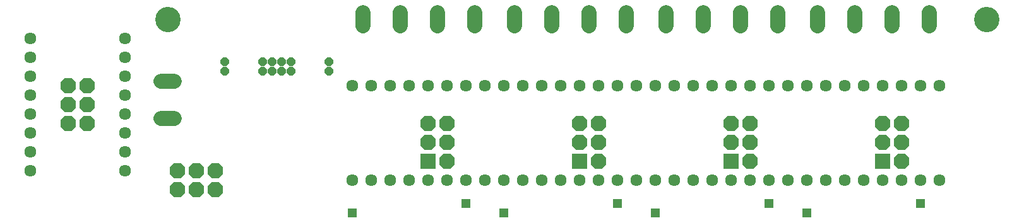
<source format=gbs>
G75*
%MOIN*%
%OFA0B0*%
%FSLAX25Y25*%
%IPPOS*%
%LPD*%
%AMOC8*
5,1,8,0,0,1.08239X$1,22.5*
%
%ADD10C,0.06343*%
%ADD11C,0.13398*%
%ADD12R,0.08200X0.08200*%
%ADD13OC8,0.08200*%
%ADD14C,0.07850*%
%ADD15OC8,0.04369*%
%ADD16R,0.04762X0.04762*%
D10*
X0007200Y0037407D03*
X0007200Y0047407D03*
X0007200Y0057407D03*
X0007200Y0067407D03*
X0007200Y0077407D03*
X0007200Y0087407D03*
X0007200Y0097407D03*
X0007200Y0107407D03*
X0057200Y0107407D03*
X0057200Y0097407D03*
X0057200Y0087407D03*
X0057200Y0077407D03*
X0057200Y0067407D03*
X0057200Y0057407D03*
X0057200Y0047407D03*
X0057200Y0037407D03*
X0177200Y0032407D03*
X0187200Y0032407D03*
X0197200Y0032407D03*
X0207200Y0032407D03*
X0217200Y0032407D03*
X0227200Y0032407D03*
X0237200Y0032407D03*
X0247200Y0032407D03*
X0257200Y0032407D03*
X0267200Y0032407D03*
X0277200Y0032407D03*
X0287200Y0032407D03*
X0297200Y0032407D03*
X0307200Y0032407D03*
X0317200Y0032407D03*
X0327200Y0032407D03*
X0337200Y0032407D03*
X0347200Y0032407D03*
X0357200Y0032407D03*
X0367200Y0032407D03*
X0377200Y0032407D03*
X0387200Y0032407D03*
X0397200Y0032407D03*
X0407200Y0032407D03*
X0417200Y0032407D03*
X0427200Y0032407D03*
X0437200Y0032407D03*
X0447200Y0032407D03*
X0457200Y0032407D03*
X0467200Y0032407D03*
X0477200Y0032407D03*
X0487200Y0032407D03*
X0487200Y0082407D03*
X0477200Y0082407D03*
X0467200Y0082407D03*
X0457200Y0082407D03*
X0447200Y0082407D03*
X0437200Y0082407D03*
X0427200Y0082407D03*
X0417200Y0082407D03*
X0407200Y0082407D03*
X0397200Y0082407D03*
X0387200Y0082407D03*
X0377200Y0082407D03*
X0367200Y0082407D03*
X0357200Y0082407D03*
X0347200Y0082407D03*
X0337200Y0082407D03*
X0327200Y0082407D03*
X0317200Y0082407D03*
X0307200Y0082407D03*
X0297200Y0082407D03*
X0287200Y0082407D03*
X0277200Y0082407D03*
X0267200Y0082407D03*
X0257200Y0082407D03*
X0247200Y0082407D03*
X0237200Y0082407D03*
X0227200Y0082407D03*
X0217200Y0082407D03*
X0207200Y0082407D03*
X0197200Y0082407D03*
X0187200Y0082407D03*
X0177200Y0082407D03*
D11*
X0079700Y0117407D03*
X0512200Y0117407D03*
D12*
X0457200Y0042407D03*
X0377200Y0042407D03*
X0297200Y0042407D03*
X0217200Y0042407D03*
D13*
X0084700Y0027407D03*
X0094700Y0027407D03*
X0104700Y0027407D03*
X0104700Y0037407D03*
X0094700Y0037407D03*
X0084700Y0037407D03*
X0037200Y0062407D03*
X0027200Y0062407D03*
X0027200Y0072407D03*
X0037200Y0072407D03*
X0037200Y0082407D03*
X0027200Y0082407D03*
X0217200Y0062407D03*
X0227200Y0062407D03*
X0227200Y0052407D03*
X0217200Y0052407D03*
X0227200Y0042407D03*
X0297200Y0052407D03*
X0307200Y0052407D03*
X0307200Y0062407D03*
X0297200Y0062407D03*
X0307200Y0042407D03*
X0377200Y0052407D03*
X0387200Y0052407D03*
X0387200Y0062407D03*
X0377200Y0062407D03*
X0387200Y0042407D03*
X0457200Y0052407D03*
X0467200Y0052407D03*
X0467200Y0062407D03*
X0457200Y0062407D03*
X0467200Y0042407D03*
D14*
X0462043Y0113882D02*
X0462043Y0120932D01*
X0442357Y0120932D02*
X0442357Y0113882D01*
X0422672Y0113882D02*
X0422672Y0120932D01*
X0401728Y0120932D02*
X0401728Y0113882D01*
X0382043Y0113882D02*
X0382043Y0120932D01*
X0362357Y0120932D02*
X0362357Y0113882D01*
X0342672Y0113882D02*
X0342672Y0120932D01*
X0321728Y0120932D02*
X0321728Y0113882D01*
X0302043Y0113882D02*
X0302043Y0120932D01*
X0282357Y0120932D02*
X0282357Y0113882D01*
X0262672Y0113882D02*
X0262672Y0120932D01*
X0241728Y0120932D02*
X0241728Y0113882D01*
X0222043Y0113882D02*
X0222043Y0120932D01*
X0202357Y0120932D02*
X0202357Y0113882D01*
X0182672Y0113882D02*
X0182672Y0120932D01*
X0083225Y0084749D02*
X0076175Y0084749D01*
X0076175Y0065064D02*
X0083225Y0065064D01*
X0481728Y0113882D02*
X0481728Y0120932D01*
D15*
X0164700Y0094907D03*
X0164700Y0089907D03*
X0144700Y0089907D03*
X0139700Y0089907D03*
X0134700Y0089907D03*
X0129700Y0089907D03*
X0129700Y0094907D03*
X0134700Y0094907D03*
X0139700Y0094907D03*
X0144700Y0094907D03*
X0109700Y0094907D03*
X0109700Y0089907D03*
D16*
X0227200Y0042407D03*
X0307200Y0062407D03*
X0317200Y0019907D03*
X0337200Y0014907D03*
X0397200Y0019907D03*
X0417200Y0014907D03*
X0477200Y0019907D03*
X0257200Y0014907D03*
X0237200Y0019907D03*
X0177200Y0014907D03*
M02*

</source>
